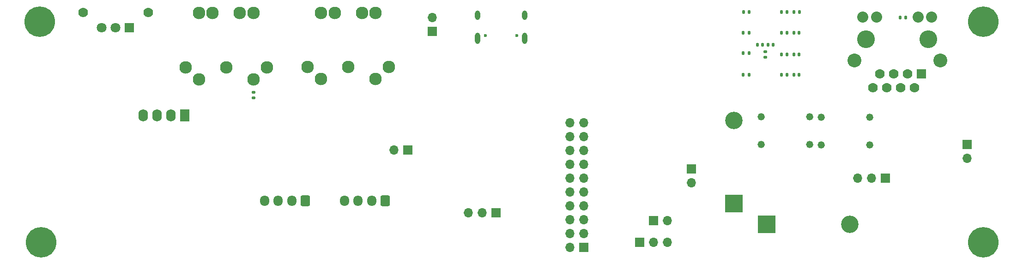
<source format=gbs>
G04 #@! TF.GenerationSoftware,KiCad,Pcbnew,6.0.7-1.fc36*
G04 #@! TF.CreationDate,2023-03-25T12:13:33+11:00*
G04 #@! TF.ProjectId,MOOD-Motherboard-r0.1.1,4d4f4f44-2d4d-46f7-9468-6572626f6172,rev?*
G04 #@! TF.SameCoordinates,Original*
G04 #@! TF.FileFunction,Soldermask,Bot*
G04 #@! TF.FilePolarity,Negative*
%FSLAX46Y46*%
G04 Gerber Fmt 4.6, Leading zero omitted, Abs format (unit mm)*
G04 Created by KiCad (PCBNEW 6.0.7-1.fc36) date 2023-03-25 12:13:33*
%MOMM*%
%LPD*%
G01*
G04 APERTURE LIST*
G04 Aperture macros list*
%AMRoundRect*
0 Rectangle with rounded corners*
0 $1 Rounding radius*
0 $2 $3 $4 $5 $6 $7 $8 $9 X,Y pos of 4 corners*
0 Add a 4 corners polygon primitive as box body*
4,1,4,$2,$3,$4,$5,$6,$7,$8,$9,$2,$3,0*
0 Add four circle primitives for the rounded corners*
1,1,$1+$1,$2,$3*
1,1,$1+$1,$4,$5*
1,1,$1+$1,$6,$7*
1,1,$1+$1,$8,$9*
0 Add four rect primitives between the rounded corners*
20,1,$1+$1,$2,$3,$4,$5,0*
20,1,$1+$1,$4,$5,$6,$7,0*
20,1,$1+$1,$6,$7,$8,$9,0*
20,1,$1+$1,$8,$9,$2,$3,0*%
G04 Aperture macros list end*
%ADD10R,1.750000X2.250000*%
%ADD11O,1.750000X2.250000*%
%ADD12C,5.600000*%
%ADD13R,1.700000X1.700000*%
%ADD14O,1.700000X1.700000*%
%ADD15RoundRect,0.250000X0.600000X0.725000X-0.600000X0.725000X-0.600000X-0.725000X0.600000X-0.725000X0*%
%ADD16O,1.700000X1.950000*%
%ADD17C,2.300000*%
%ADD18R,3.200000X3.200000*%
%ADD19O,3.200000X3.200000*%
%ADD20C,1.320800*%
%ADD21C,1.778000*%
%ADD22R,1.800000X1.800000*%
%ADD23C,1.800000*%
%ADD24C,3.251200*%
%ADD25R,1.778000X1.778000*%
%ADD26C,2.032000*%
%ADD27C,2.540000*%
%ADD28C,0.600000*%
%ADD29O,0.950000X2.050000*%
%ADD30O,0.950000X1.750000*%
%ADD31RoundRect,0.135000X-0.135000X-0.185000X0.135000X-0.185000X0.135000X0.185000X-0.135000X0.185000X0*%
%ADD32RoundRect,0.140000X-0.140000X-0.170000X0.140000X-0.170000X0.140000X0.170000X-0.140000X0.170000X0*%
%ADD33RoundRect,0.140000X0.140000X0.170000X-0.140000X0.170000X-0.140000X-0.170000X0.140000X-0.170000X0*%
%ADD34RoundRect,0.135000X-0.185000X0.135000X-0.185000X-0.135000X0.185000X-0.135000X0.185000X0.135000X0*%
%ADD35RoundRect,0.140000X-0.170000X0.140000X-0.170000X-0.140000X0.170000X-0.140000X0.170000X0.140000X0*%
G04 APERTURE END LIST*
D10*
X111582500Y-47217500D03*
D11*
X109042500Y-47217500D03*
X106502500Y-47217500D03*
X103962500Y-47217500D03*
D12*
X258000000Y-30000000D03*
D13*
X152525000Y-53500000D03*
D14*
X149985000Y-53500000D03*
D15*
X148370000Y-62882000D03*
D16*
X145870000Y-62882000D03*
X143370000Y-62882000D03*
X140870000Y-62882000D03*
D17*
X111750000Y-38379000D03*
X119200000Y-38379000D03*
X126650000Y-38379000D03*
X114200000Y-40579000D03*
X124200000Y-40579000D03*
X124200000Y-28429000D03*
X114200000Y-28429000D03*
X116700000Y-28429000D03*
X121700000Y-28429000D03*
D13*
X168646800Y-65041600D03*
D14*
X166106800Y-65041600D03*
X163566800Y-65041600D03*
D18*
X218250000Y-67200000D03*
D19*
X233490000Y-67200000D03*
D12*
X258000000Y-70500000D03*
D18*
X212250000Y-63370000D03*
D19*
X212250000Y-48130000D03*
D15*
X133721000Y-62882000D03*
D16*
X131221000Y-62882000D03*
X128721000Y-62882000D03*
X126221000Y-62882000D03*
D13*
X197500000Y-66500000D03*
D14*
X200040000Y-66500000D03*
D13*
X184775000Y-71425000D03*
D14*
X182235000Y-71425000D03*
X184775000Y-68885000D03*
X182235000Y-68885000D03*
X184775000Y-66345000D03*
X182235000Y-66345000D03*
X184775000Y-63805000D03*
X182235000Y-63805000D03*
X184775000Y-61265000D03*
X182235000Y-61265000D03*
X184775000Y-58725000D03*
X182235000Y-58725000D03*
X184775000Y-56185000D03*
X182235000Y-56185000D03*
X184775000Y-53645000D03*
X182235000Y-53645000D03*
X184775000Y-51105000D03*
X182235000Y-51105000D03*
X184775000Y-48565000D03*
X182235000Y-48565000D03*
D17*
X134152000Y-38313000D03*
X141602000Y-38313000D03*
X149052000Y-38313000D03*
X136602000Y-40513000D03*
X146602000Y-40513000D03*
X146602000Y-28363000D03*
X136602000Y-28363000D03*
X139102000Y-28363000D03*
X144102000Y-28363000D03*
D20*
X228250000Y-47500000D03*
X228250000Y-52580000D03*
X237140000Y-52580000D03*
X237140000Y-47500000D03*
D13*
X194975000Y-70500000D03*
D14*
X197515000Y-70500000D03*
X200055000Y-70500000D03*
D13*
X255000000Y-52550000D03*
D14*
X255000000Y-55090000D03*
D13*
X156996600Y-31805800D03*
D14*
X156996600Y-29265800D03*
D13*
X204500000Y-57000000D03*
D14*
X204500000Y-59540000D03*
D21*
X104906000Y-28348000D03*
X92968000Y-28348000D03*
D22*
X101477000Y-31142000D03*
D23*
X98937000Y-31142000D03*
X96397000Y-31142000D03*
D12*
X85250000Y-70500000D03*
X85000000Y-30000000D03*
D24*
X247930000Y-33250000D03*
X236500000Y-33250000D03*
D25*
X246660000Y-39600000D03*
D21*
X245390000Y-42140000D03*
X244120000Y-39600000D03*
X242850000Y-42140000D03*
X241580000Y-39600000D03*
X240310000Y-42140000D03*
X239040000Y-39600000D03*
X237770000Y-42140000D03*
D26*
X235915800Y-29135200D03*
X238430400Y-29135200D03*
X246025000Y-29135200D03*
X248539600Y-29135200D03*
D27*
X234341000Y-37136200D03*
X250089000Y-37136200D03*
D13*
X240025000Y-58740000D03*
D14*
X237485000Y-58740000D03*
X234945000Y-58740000D03*
D28*
X172485000Y-32534400D03*
X166705000Y-32534400D03*
D29*
X173920000Y-33024400D03*
X165270000Y-33024400D03*
D30*
X173920000Y-28854400D03*
X165270000Y-28854400D03*
D20*
X226195000Y-52557774D03*
X226195000Y-47477774D03*
X217305000Y-47477774D03*
X217305000Y-52557774D03*
D31*
X242740000Y-29250000D03*
X243760000Y-29250000D03*
X214005000Y-32005000D03*
X215025000Y-32005000D03*
D32*
X223305000Y-28255000D03*
X224265000Y-28255000D03*
X223285000Y-39755000D03*
X224245000Y-39755000D03*
D33*
X219495000Y-34255000D03*
X218535000Y-34255000D03*
D32*
X223285000Y-36005000D03*
X224245000Y-36005000D03*
D31*
X221005000Y-36005000D03*
X222025000Y-36005000D03*
D32*
X223285000Y-32005000D03*
X224245000Y-32005000D03*
D31*
X214015000Y-28255000D03*
X215035000Y-28255000D03*
X214005000Y-39755000D03*
X215025000Y-39755000D03*
D34*
X124250000Y-42990000D03*
X124250000Y-44010000D03*
D31*
X221005000Y-39755000D03*
X222025000Y-39755000D03*
D32*
X216555000Y-34255000D03*
X217515000Y-34255000D03*
D31*
X220995000Y-32005000D03*
X222015000Y-32005000D03*
D35*
X218015000Y-35525000D03*
X218015000Y-36485000D03*
D31*
X221005000Y-28255000D03*
X222025000Y-28255000D03*
X214005000Y-35755000D03*
X215025000Y-35755000D03*
M02*

</source>
